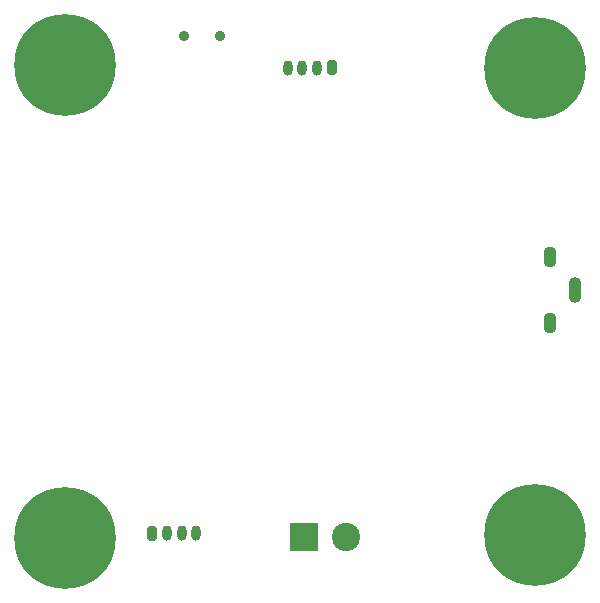
<source format=gbr>
%TF.GenerationSoftware,KiCad,Pcbnew,(5.1.10-1-10_14)*%
%TF.CreationDate,2022-04-25T19:01:15+02:00*%
%TF.ProjectId,STM32_USB_BuckConvertor,53544d33-325f-4555-9342-5f4275636b43,rev?*%
%TF.SameCoordinates,Original*%
%TF.FileFunction,Soldermask,Bot*%
%TF.FilePolarity,Negative*%
%FSLAX46Y46*%
G04 Gerber Fmt 4.6, Leading zero omitted, Abs format (unit mm)*
G04 Created by KiCad (PCBNEW (5.1.10-1-10_14)) date 2022-04-25 19:01:15*
%MOMM*%
%LPD*%
G01*
G04 APERTURE LIST*
%ADD10C,0.900000*%
%ADD11C,8.600000*%
%ADD12C,2.400000*%
%ADD13R,2.400000X2.400000*%
%ADD14O,0.800000X1.300000*%
%ADD15O,1.100000X2.200000*%
%ADD16O,1.100000X1.800000*%
G04 APERTURE END LIST*
D10*
%TO.C,H1*%
X77080419Y-62519581D03*
X74800000Y-61575000D03*
X72519581Y-62519581D03*
X71575000Y-64800000D03*
X72519581Y-67080419D03*
X74800000Y-68025000D03*
X77080419Y-67080419D03*
X78025000Y-64800000D03*
D11*
X74800000Y-64800000D03*
%TD*%
D10*
%TO.C,H2*%
X37280419Y-62719581D03*
X35000000Y-61775000D03*
X32719581Y-62719581D03*
X31775000Y-65000000D03*
X32719581Y-67280419D03*
X35000000Y-68225000D03*
X37280419Y-67280419D03*
X38225000Y-65000000D03*
D11*
X35000000Y-65000000D03*
%TD*%
D10*
%TO.C,H3*%
X77080419Y-22919581D03*
X74800000Y-21975000D03*
X72519581Y-22919581D03*
X71575000Y-25200000D03*
X72519581Y-27480419D03*
X74800000Y-28425000D03*
X77080419Y-27480419D03*
X78025000Y-25200000D03*
D11*
X74800000Y-25200000D03*
%TD*%
D10*
%TO.C,H4*%
X37280419Y-22719581D03*
X35000000Y-21775000D03*
X32719581Y-22719581D03*
X31775000Y-25000000D03*
X32719581Y-27280419D03*
X35000000Y-28225000D03*
X37280419Y-27280419D03*
X38225000Y-25000000D03*
D11*
X35000000Y-25000000D03*
%TD*%
D12*
%TO.C,J1*%
X58750000Y-64950000D03*
D13*
X55250000Y-64950000D03*
%TD*%
D14*
%TO.C,J2*%
X53850000Y-25190000D03*
X55100000Y-25190000D03*
X56350000Y-25190000D03*
G36*
G01*
X58000000Y-24740000D02*
X58000000Y-25640000D01*
G75*
G02*
X57800000Y-25840000I-200000J0D01*
G01*
X57400000Y-25840000D01*
G75*
G02*
X57200000Y-25640000I0J200000D01*
G01*
X57200000Y-24740000D01*
G75*
G02*
X57400000Y-24540000I200000J0D01*
G01*
X57800000Y-24540000D01*
G75*
G02*
X58000000Y-24740000I0J-200000D01*
G01*
G37*
%TD*%
%TO.C,J3*%
X46125000Y-64625000D03*
X44875000Y-64625000D03*
X43625000Y-64625000D03*
G36*
G01*
X41975000Y-65075000D02*
X41975000Y-64175000D01*
G75*
G02*
X42175000Y-63975000I200000J0D01*
G01*
X42575000Y-63975000D01*
G75*
G02*
X42775000Y-64175000I0J-200000D01*
G01*
X42775000Y-65075000D01*
G75*
G02*
X42575000Y-65275000I-200000J0D01*
G01*
X42175000Y-65275000D01*
G75*
G02*
X41975000Y-65075000I0J200000D01*
G01*
G37*
%TD*%
D15*
%TO.C,J5*%
X78175000Y-44030000D03*
D16*
X76025000Y-41230000D03*
X76025000Y-46830000D03*
%TD*%
D10*
%TO.C,SW1*%
X45100000Y-22500000D03*
X48100000Y-22500000D03*
%TD*%
M02*

</source>
